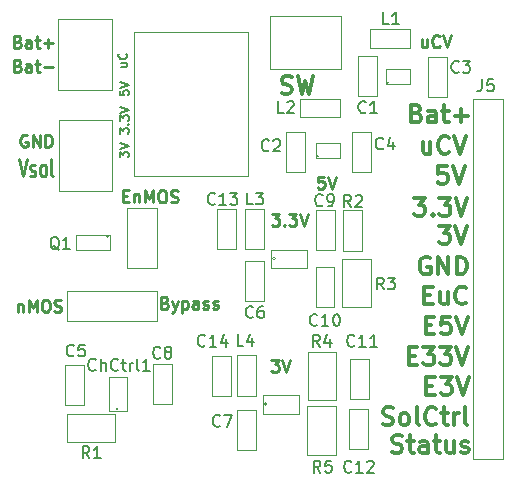
<source format=gbr>
G04 #@! TF.GenerationSoftware,KiCad,Pcbnew,no-vcs-found-895c0bb~58~ubuntu16.04.1*
G04 #@! TF.CreationDate,2017-07-11T17:07:46-04:00*
G04 #@! TF.ProjectId,alim,616C696D2E6B696361645F7063620000,rev?*
G04 #@! TF.SameCoordinates,Original
G04 #@! TF.FileFunction,Legend,Top*
G04 #@! TF.FilePolarity,Positive*
%FSLAX46Y46*%
G04 Gerber Fmt 4.6, Leading zero omitted, Abs format (unit mm)*
G04 Created by KiCad (PCBNEW no-vcs-found-895c0bb~58~ubuntu16.04.1) date Tue Jul 11 17:07:46 2017*
%MOMM*%
%LPD*%
G01*
G04 APERTURE LIST*
%ADD10C,0.190500*%
%ADD11C,0.254000*%
%ADD12C,0.300000*%
%ADD13C,0.050000*%
%ADD14C,0.150000*%
G04 APERTURE END LIST*
D10*
X114517714Y-62302571D02*
X114517714Y-61830857D01*
X114808000Y-62084857D01*
X114808000Y-61976000D01*
X114844285Y-61903428D01*
X114880571Y-61867142D01*
X114953142Y-61830857D01*
X115134571Y-61830857D01*
X115207142Y-61867142D01*
X115243428Y-61903428D01*
X115279714Y-61976000D01*
X115279714Y-62193714D01*
X115243428Y-62266285D01*
X115207142Y-62302571D01*
X114517714Y-61613142D02*
X115279714Y-61359142D01*
X114517714Y-61105142D01*
X114517714Y-60306857D02*
X114517714Y-59835142D01*
X114808000Y-60089142D01*
X114808000Y-59980285D01*
X114844285Y-59907714D01*
X114880571Y-59871428D01*
X114953142Y-59835142D01*
X115134571Y-59835142D01*
X115207142Y-59871428D01*
X115243428Y-59907714D01*
X115279714Y-59980285D01*
X115279714Y-60198000D01*
X115243428Y-60270571D01*
X115207142Y-60306857D01*
X115207142Y-59508571D02*
X115243428Y-59472285D01*
X115279714Y-59508571D01*
X115243428Y-59544857D01*
X115207142Y-59508571D01*
X115279714Y-59508571D01*
X114517714Y-59218285D02*
X114517714Y-58746571D01*
X114808000Y-59000571D01*
X114808000Y-58891714D01*
X114844285Y-58819142D01*
X114880571Y-58782857D01*
X114953142Y-58746571D01*
X115134571Y-58746571D01*
X115207142Y-58782857D01*
X115243428Y-58819142D01*
X115279714Y-58891714D01*
X115279714Y-59109428D01*
X115243428Y-59182000D01*
X115207142Y-59218285D01*
X114517714Y-58528857D02*
X115279714Y-58274857D01*
X114517714Y-58020857D01*
X114517714Y-56660142D02*
X114517714Y-57023000D01*
X114880571Y-57059285D01*
X114844285Y-57023000D01*
X114808000Y-56950428D01*
X114808000Y-56769000D01*
X114844285Y-56696428D01*
X114880571Y-56660142D01*
X114953142Y-56623857D01*
X115134571Y-56623857D01*
X115207142Y-56660142D01*
X115243428Y-56696428D01*
X115279714Y-56769000D01*
X115279714Y-56950428D01*
X115243428Y-57023000D01*
X115207142Y-57059285D01*
X114517714Y-56406142D02*
X115279714Y-56152142D01*
X114517714Y-55898142D01*
X114644714Y-54319714D02*
X115152714Y-54319714D01*
X114644714Y-54646285D02*
X115043857Y-54646285D01*
X115116428Y-54610000D01*
X115152714Y-54537428D01*
X115152714Y-54428571D01*
X115116428Y-54356000D01*
X115080142Y-54319714D01*
X115080142Y-53521428D02*
X115116428Y-53557714D01*
X115152714Y-53666571D01*
X115152714Y-53739142D01*
X115116428Y-53848000D01*
X115043857Y-53920571D01*
X114971285Y-53956857D01*
X114826142Y-53993142D01*
X114717285Y-53993142D01*
X114572142Y-53956857D01*
X114499571Y-53920571D01*
X114427000Y-53848000D01*
X114390714Y-53739142D01*
X114390714Y-53666571D01*
X114427000Y-53557714D01*
X114463285Y-53521428D01*
D11*
X114820095Y-65586428D02*
X115158761Y-65586428D01*
X115303904Y-66118619D02*
X114820095Y-66118619D01*
X114820095Y-65102619D01*
X115303904Y-65102619D01*
X115739333Y-65441285D02*
X115739333Y-66118619D01*
X115739333Y-65538047D02*
X115787714Y-65489666D01*
X115884476Y-65441285D01*
X116029619Y-65441285D01*
X116126380Y-65489666D01*
X116174761Y-65586428D01*
X116174761Y-66118619D01*
X116658571Y-66118619D02*
X116658571Y-65102619D01*
X116997238Y-65828333D01*
X117335904Y-65102619D01*
X117335904Y-66118619D01*
X118013238Y-65102619D02*
X118206761Y-65102619D01*
X118303523Y-65151000D01*
X118400285Y-65247761D01*
X118448666Y-65441285D01*
X118448666Y-65779952D01*
X118400285Y-65973476D01*
X118303523Y-66070238D01*
X118206761Y-66118619D01*
X118013238Y-66118619D01*
X117916476Y-66070238D01*
X117819714Y-65973476D01*
X117771333Y-65779952D01*
X117771333Y-65441285D01*
X117819714Y-65247761D01*
X117916476Y-65151000D01*
X118013238Y-65102619D01*
X118835714Y-66070238D02*
X118980857Y-66118619D01*
X119222761Y-66118619D01*
X119319523Y-66070238D01*
X119367904Y-66021857D01*
X119416285Y-65925095D01*
X119416285Y-65828333D01*
X119367904Y-65731571D01*
X119319523Y-65683190D01*
X119222761Y-65634809D01*
X119029238Y-65586428D01*
X118932476Y-65538047D01*
X118884095Y-65489666D01*
X118835714Y-65392904D01*
X118835714Y-65296142D01*
X118884095Y-65199380D01*
X118932476Y-65151000D01*
X119029238Y-65102619D01*
X119271142Y-65102619D01*
X119416285Y-65151000D01*
X105881714Y-54537428D02*
X106026857Y-54585809D01*
X106075238Y-54634190D01*
X106123619Y-54730952D01*
X106123619Y-54876095D01*
X106075238Y-54972857D01*
X106026857Y-55021238D01*
X105930095Y-55069619D01*
X105543047Y-55069619D01*
X105543047Y-54053619D01*
X105881714Y-54053619D01*
X105978476Y-54102000D01*
X106026857Y-54150380D01*
X106075238Y-54247142D01*
X106075238Y-54343904D01*
X106026857Y-54440666D01*
X105978476Y-54489047D01*
X105881714Y-54537428D01*
X105543047Y-54537428D01*
X106994476Y-55069619D02*
X106994476Y-54537428D01*
X106946095Y-54440666D01*
X106849333Y-54392285D01*
X106655809Y-54392285D01*
X106559047Y-54440666D01*
X106994476Y-55021238D02*
X106897714Y-55069619D01*
X106655809Y-55069619D01*
X106559047Y-55021238D01*
X106510666Y-54924476D01*
X106510666Y-54827714D01*
X106559047Y-54730952D01*
X106655809Y-54682571D01*
X106897714Y-54682571D01*
X106994476Y-54634190D01*
X107333142Y-54392285D02*
X107720190Y-54392285D01*
X107478285Y-54053619D02*
X107478285Y-54924476D01*
X107526666Y-55021238D01*
X107623428Y-55069619D01*
X107720190Y-55069619D01*
X108058857Y-54682571D02*
X108832952Y-54682571D01*
X105881714Y-74712285D02*
X105881714Y-75389619D01*
X105881714Y-74809047D02*
X105930095Y-74760666D01*
X106026857Y-74712285D01*
X106172000Y-74712285D01*
X106268761Y-74760666D01*
X106317142Y-74857428D01*
X106317142Y-75389619D01*
X106800952Y-75389619D02*
X106800952Y-74373619D01*
X107139619Y-75099333D01*
X107478285Y-74373619D01*
X107478285Y-75389619D01*
X108155619Y-74373619D02*
X108349142Y-74373619D01*
X108445904Y-74422000D01*
X108542666Y-74518761D01*
X108591047Y-74712285D01*
X108591047Y-75050952D01*
X108542666Y-75244476D01*
X108445904Y-75341238D01*
X108349142Y-75389619D01*
X108155619Y-75389619D01*
X108058857Y-75341238D01*
X107962095Y-75244476D01*
X107913714Y-75050952D01*
X107913714Y-74712285D01*
X107962095Y-74518761D01*
X108058857Y-74422000D01*
X108155619Y-74373619D01*
X108978095Y-75341238D02*
X109123238Y-75389619D01*
X109365142Y-75389619D01*
X109461904Y-75341238D01*
X109510285Y-75292857D01*
X109558666Y-75196095D01*
X109558666Y-75099333D01*
X109510285Y-75002571D01*
X109461904Y-74954190D01*
X109365142Y-74905809D01*
X109171619Y-74857428D01*
X109074857Y-74809047D01*
X109026476Y-74760666D01*
X108978095Y-74663904D01*
X108978095Y-74567142D01*
X109026476Y-74470380D01*
X109074857Y-74422000D01*
X109171619Y-74373619D01*
X109413523Y-74373619D01*
X109558666Y-74422000D01*
X118339809Y-74603428D02*
X118484952Y-74651809D01*
X118533333Y-74700190D01*
X118581714Y-74796952D01*
X118581714Y-74942095D01*
X118533333Y-75038857D01*
X118484952Y-75087238D01*
X118388190Y-75135619D01*
X118001142Y-75135619D01*
X118001142Y-74119619D01*
X118339809Y-74119619D01*
X118436571Y-74168000D01*
X118484952Y-74216380D01*
X118533333Y-74313142D01*
X118533333Y-74409904D01*
X118484952Y-74506666D01*
X118436571Y-74555047D01*
X118339809Y-74603428D01*
X118001142Y-74603428D01*
X118920380Y-74458285D02*
X119162285Y-75135619D01*
X119404190Y-74458285D02*
X119162285Y-75135619D01*
X119065523Y-75377523D01*
X119017142Y-75425904D01*
X118920380Y-75474285D01*
X119791238Y-74458285D02*
X119791238Y-75474285D01*
X119791238Y-74506666D02*
X119888000Y-74458285D01*
X120081523Y-74458285D01*
X120178285Y-74506666D01*
X120226666Y-74555047D01*
X120275047Y-74651809D01*
X120275047Y-74942095D01*
X120226666Y-75038857D01*
X120178285Y-75087238D01*
X120081523Y-75135619D01*
X119888000Y-75135619D01*
X119791238Y-75087238D01*
X121145904Y-75135619D02*
X121145904Y-74603428D01*
X121097523Y-74506666D01*
X121000761Y-74458285D01*
X120807238Y-74458285D01*
X120710476Y-74506666D01*
X121145904Y-75087238D02*
X121049142Y-75135619D01*
X120807238Y-75135619D01*
X120710476Y-75087238D01*
X120662095Y-74990476D01*
X120662095Y-74893714D01*
X120710476Y-74796952D01*
X120807238Y-74748571D01*
X121049142Y-74748571D01*
X121145904Y-74700190D01*
X121581333Y-75087238D02*
X121678095Y-75135619D01*
X121871619Y-75135619D01*
X121968380Y-75087238D01*
X122016761Y-74990476D01*
X122016761Y-74942095D01*
X121968380Y-74845333D01*
X121871619Y-74796952D01*
X121726476Y-74796952D01*
X121629714Y-74748571D01*
X121581333Y-74651809D01*
X121581333Y-74603428D01*
X121629714Y-74506666D01*
X121726476Y-74458285D01*
X121871619Y-74458285D01*
X121968380Y-74506666D01*
X122403809Y-75087238D02*
X122500571Y-75135619D01*
X122694095Y-75135619D01*
X122790857Y-75087238D01*
X122839238Y-74990476D01*
X122839238Y-74942095D01*
X122790857Y-74845333D01*
X122694095Y-74796952D01*
X122548952Y-74796952D01*
X122452190Y-74748571D01*
X122403809Y-74651809D01*
X122403809Y-74603428D01*
X122452190Y-74506666D01*
X122548952Y-74458285D01*
X122694095Y-74458285D01*
X122790857Y-74506666D01*
X105881714Y-52505428D02*
X106026857Y-52553809D01*
X106075238Y-52602190D01*
X106123619Y-52698952D01*
X106123619Y-52844095D01*
X106075238Y-52940857D01*
X106026857Y-52989238D01*
X105930095Y-53037619D01*
X105543047Y-53037619D01*
X105543047Y-52021619D01*
X105881714Y-52021619D01*
X105978476Y-52070000D01*
X106026857Y-52118380D01*
X106075238Y-52215142D01*
X106075238Y-52311904D01*
X106026857Y-52408666D01*
X105978476Y-52457047D01*
X105881714Y-52505428D01*
X105543047Y-52505428D01*
X106994476Y-53037619D02*
X106994476Y-52505428D01*
X106946095Y-52408666D01*
X106849333Y-52360285D01*
X106655809Y-52360285D01*
X106559047Y-52408666D01*
X106994476Y-52989238D02*
X106897714Y-53037619D01*
X106655809Y-53037619D01*
X106559047Y-52989238D01*
X106510666Y-52892476D01*
X106510666Y-52795714D01*
X106559047Y-52698952D01*
X106655809Y-52650571D01*
X106897714Y-52650571D01*
X106994476Y-52602190D01*
X107333142Y-52360285D02*
X107720190Y-52360285D01*
X107478285Y-52021619D02*
X107478285Y-52892476D01*
X107526666Y-52989238D01*
X107623428Y-53037619D01*
X107720190Y-53037619D01*
X108058857Y-52650571D02*
X108832952Y-52650571D01*
X108445904Y-53037619D02*
X108445904Y-52263523D01*
X105966380Y-62424571D02*
X106305047Y-63924571D01*
X106643714Y-62424571D01*
X106934000Y-63853142D02*
X107030761Y-63924571D01*
X107224285Y-63924571D01*
X107321047Y-63853142D01*
X107369428Y-63710285D01*
X107369428Y-63638857D01*
X107321047Y-63496000D01*
X107224285Y-63424571D01*
X107079142Y-63424571D01*
X106982380Y-63353142D01*
X106934000Y-63210285D01*
X106934000Y-63138857D01*
X106982380Y-62996000D01*
X107079142Y-62924571D01*
X107224285Y-62924571D01*
X107321047Y-62996000D01*
X107950000Y-63924571D02*
X107853238Y-63853142D01*
X107804857Y-63781714D01*
X107756476Y-63638857D01*
X107756476Y-63210285D01*
X107804857Y-63067428D01*
X107853238Y-62996000D01*
X107950000Y-62924571D01*
X108095142Y-62924571D01*
X108191904Y-62996000D01*
X108240285Y-63067428D01*
X108288666Y-63210285D01*
X108288666Y-63638857D01*
X108240285Y-63781714D01*
X108191904Y-63853142D01*
X108095142Y-63924571D01*
X107950000Y-63924571D01*
X108869238Y-63924571D02*
X108772476Y-63853142D01*
X108724095Y-63710285D01*
X108724095Y-62424571D01*
D12*
X128228885Y-56842742D02*
X128443171Y-56914171D01*
X128800314Y-56914171D01*
X128943171Y-56842742D01*
X129014600Y-56771314D01*
X129086028Y-56628457D01*
X129086028Y-56485600D01*
X129014600Y-56342742D01*
X128943171Y-56271314D01*
X128800314Y-56199885D01*
X128514600Y-56128457D01*
X128371742Y-56057028D01*
X128300314Y-55985600D01*
X128228885Y-55842742D01*
X128228885Y-55699885D01*
X128300314Y-55557028D01*
X128371742Y-55485600D01*
X128514600Y-55414171D01*
X128871742Y-55414171D01*
X129086028Y-55485600D01*
X129586028Y-55414171D02*
X129943171Y-56914171D01*
X130228885Y-55842742D01*
X130514600Y-56914171D01*
X130871742Y-55414171D01*
D11*
X140523685Y-52309485D02*
X140523685Y-52986819D01*
X140088257Y-52309485D02*
X140088257Y-52841676D01*
X140136638Y-52938438D01*
X140233400Y-52986819D01*
X140378542Y-52986819D01*
X140475304Y-52938438D01*
X140523685Y-52890057D01*
X141588066Y-52890057D02*
X141539685Y-52938438D01*
X141394542Y-52986819D01*
X141297780Y-52986819D01*
X141152638Y-52938438D01*
X141055876Y-52841676D01*
X141007495Y-52744914D01*
X140959114Y-52551390D01*
X140959114Y-52406247D01*
X141007495Y-52212723D01*
X141055876Y-52115961D01*
X141152638Y-52019200D01*
X141297780Y-51970819D01*
X141394542Y-51970819D01*
X141539685Y-52019200D01*
X141588066Y-52067580D01*
X141878352Y-51970819D02*
X142217019Y-52986819D01*
X142555685Y-51970819D01*
X131810276Y-63934219D02*
X131326466Y-63934219D01*
X131278085Y-64418028D01*
X131326466Y-64369647D01*
X131423228Y-64321266D01*
X131665133Y-64321266D01*
X131761895Y-64369647D01*
X131810276Y-64418028D01*
X131858657Y-64514790D01*
X131858657Y-64756695D01*
X131810276Y-64853457D01*
X131761895Y-64901838D01*
X131665133Y-64950219D01*
X131423228Y-64950219D01*
X131326466Y-64901838D01*
X131278085Y-64853457D01*
X132148942Y-63934219D02*
X132487609Y-64950219D01*
X132826276Y-63934219D01*
X127379790Y-67083819D02*
X128008742Y-67083819D01*
X127670076Y-67470866D01*
X127815219Y-67470866D01*
X127911980Y-67519247D01*
X127960361Y-67567628D01*
X128008742Y-67664390D01*
X128008742Y-67906295D01*
X127960361Y-68003057D01*
X127911980Y-68051438D01*
X127815219Y-68099819D01*
X127524933Y-68099819D01*
X127428171Y-68051438D01*
X127379790Y-68003057D01*
X128444171Y-68003057D02*
X128492552Y-68051438D01*
X128444171Y-68099819D01*
X128395790Y-68051438D01*
X128444171Y-68003057D01*
X128444171Y-68099819D01*
X128831219Y-67083819D02*
X129460171Y-67083819D01*
X129121504Y-67470866D01*
X129266647Y-67470866D01*
X129363409Y-67519247D01*
X129411790Y-67567628D01*
X129460171Y-67664390D01*
X129460171Y-67906295D01*
X129411790Y-68003057D01*
X129363409Y-68051438D01*
X129266647Y-68099819D01*
X128976361Y-68099819D01*
X128879600Y-68051438D01*
X128831219Y-68003057D01*
X129750457Y-67083819D02*
X130089123Y-68099819D01*
X130427790Y-67083819D01*
X127343504Y-79453619D02*
X127972457Y-79453619D01*
X127633790Y-79840666D01*
X127778933Y-79840666D01*
X127875695Y-79889047D01*
X127924076Y-79937428D01*
X127972457Y-80034190D01*
X127972457Y-80276095D01*
X127924076Y-80372857D01*
X127875695Y-80421238D01*
X127778933Y-80469619D01*
X127488647Y-80469619D01*
X127391885Y-80421238D01*
X127343504Y-80372857D01*
X128262742Y-79453619D02*
X128601409Y-80469619D01*
X128940076Y-79453619D01*
X106667904Y-60452000D02*
X106571142Y-60403619D01*
X106426000Y-60403619D01*
X106280857Y-60452000D01*
X106184095Y-60548761D01*
X106135714Y-60645523D01*
X106087333Y-60839047D01*
X106087333Y-60984190D01*
X106135714Y-61177714D01*
X106184095Y-61274476D01*
X106280857Y-61371238D01*
X106426000Y-61419619D01*
X106522761Y-61419619D01*
X106667904Y-61371238D01*
X106716285Y-61322857D01*
X106716285Y-60984190D01*
X106522761Y-60984190D01*
X107151714Y-61419619D02*
X107151714Y-60403619D01*
X107732285Y-61419619D01*
X107732285Y-60403619D01*
X108216095Y-61419619D02*
X108216095Y-60403619D01*
X108458000Y-60403619D01*
X108603142Y-60452000D01*
X108699904Y-60548761D01*
X108748285Y-60645523D01*
X108796666Y-60839047D01*
X108796666Y-60984190D01*
X108748285Y-61177714D01*
X108699904Y-61274476D01*
X108603142Y-61371238D01*
X108458000Y-61419619D01*
X108216095Y-61419619D01*
D12*
X140812971Y-61019571D02*
X140812971Y-62019571D01*
X140170114Y-61019571D02*
X140170114Y-61805285D01*
X140241542Y-61948142D01*
X140384400Y-62019571D01*
X140598685Y-62019571D01*
X140741542Y-61948142D01*
X140812971Y-61876714D01*
X142384400Y-61876714D02*
X142312971Y-61948142D01*
X142098685Y-62019571D01*
X141955828Y-62019571D01*
X141741542Y-61948142D01*
X141598685Y-61805285D01*
X141527257Y-61662428D01*
X141455828Y-61376714D01*
X141455828Y-61162428D01*
X141527257Y-60876714D01*
X141598685Y-60733857D01*
X141741542Y-60591000D01*
X141955828Y-60519571D01*
X142098685Y-60519571D01*
X142312971Y-60591000D01*
X142384400Y-60662428D01*
X142812971Y-60519571D02*
X143312971Y-62019571D01*
X143812971Y-60519571D01*
X142208285Y-63034171D02*
X141494000Y-63034171D01*
X141422571Y-63748457D01*
X141494000Y-63677028D01*
X141636857Y-63605600D01*
X141994000Y-63605600D01*
X142136857Y-63677028D01*
X142208285Y-63748457D01*
X142279714Y-63891314D01*
X142279714Y-64248457D01*
X142208285Y-64391314D01*
X142136857Y-64462742D01*
X141994000Y-64534171D01*
X141636857Y-64534171D01*
X141494000Y-64462742D01*
X141422571Y-64391314D01*
X142708285Y-63034171D02*
X143208285Y-64534171D01*
X143708285Y-63034171D01*
X139441514Y-65751971D02*
X140370085Y-65751971D01*
X139870085Y-66323400D01*
X140084371Y-66323400D01*
X140227228Y-66394828D01*
X140298657Y-66466257D01*
X140370085Y-66609114D01*
X140370085Y-66966257D01*
X140298657Y-67109114D01*
X140227228Y-67180542D01*
X140084371Y-67251971D01*
X139655800Y-67251971D01*
X139512942Y-67180542D01*
X139441514Y-67109114D01*
X141012942Y-67109114D02*
X141084371Y-67180542D01*
X141012942Y-67251971D01*
X140941514Y-67180542D01*
X141012942Y-67109114D01*
X141012942Y-67251971D01*
X141584371Y-65751971D02*
X142512942Y-65751971D01*
X142012942Y-66323400D01*
X142227228Y-66323400D01*
X142370085Y-66394828D01*
X142441514Y-66466257D01*
X142512942Y-66609114D01*
X142512942Y-66966257D01*
X142441514Y-67109114D01*
X142370085Y-67180542D01*
X142227228Y-67251971D01*
X141798657Y-67251971D01*
X141655800Y-67180542D01*
X141584371Y-67109114D01*
X142941514Y-65751971D02*
X143441514Y-67251971D01*
X143941514Y-65751971D01*
X141554342Y-68114171D02*
X142482914Y-68114171D01*
X141982914Y-68685600D01*
X142197200Y-68685600D01*
X142340057Y-68757028D01*
X142411485Y-68828457D01*
X142482914Y-68971314D01*
X142482914Y-69328457D01*
X142411485Y-69471314D01*
X142340057Y-69542742D01*
X142197200Y-69614171D01*
X141768628Y-69614171D01*
X141625771Y-69542742D01*
X141554342Y-69471314D01*
X142911485Y-68114171D02*
X143411485Y-69614171D01*
X143911485Y-68114171D01*
X139651028Y-58566857D02*
X139865314Y-58638285D01*
X139936742Y-58709714D01*
X140008171Y-58852571D01*
X140008171Y-59066857D01*
X139936742Y-59209714D01*
X139865314Y-59281142D01*
X139722457Y-59352571D01*
X139151028Y-59352571D01*
X139151028Y-57852571D01*
X139651028Y-57852571D01*
X139793885Y-57924000D01*
X139865314Y-57995428D01*
X139936742Y-58138285D01*
X139936742Y-58281142D01*
X139865314Y-58424000D01*
X139793885Y-58495428D01*
X139651028Y-58566857D01*
X139151028Y-58566857D01*
X141293885Y-59352571D02*
X141293885Y-58566857D01*
X141222457Y-58424000D01*
X141079600Y-58352571D01*
X140793885Y-58352571D01*
X140651028Y-58424000D01*
X141293885Y-59281142D02*
X141151028Y-59352571D01*
X140793885Y-59352571D01*
X140651028Y-59281142D01*
X140579600Y-59138285D01*
X140579600Y-58995428D01*
X140651028Y-58852571D01*
X140793885Y-58781142D01*
X141151028Y-58781142D01*
X141293885Y-58709714D01*
X141793885Y-58352571D02*
X142365314Y-58352571D01*
X142008171Y-57852571D02*
X142008171Y-59138285D01*
X142079600Y-59281142D01*
X142222457Y-59352571D01*
X142365314Y-59352571D01*
X142865314Y-58781142D02*
X144008171Y-58781142D01*
X143436742Y-59352571D02*
X143436742Y-58209714D01*
X140756342Y-70796200D02*
X140613485Y-70724771D01*
X140399200Y-70724771D01*
X140184914Y-70796200D01*
X140042057Y-70939057D01*
X139970628Y-71081914D01*
X139899200Y-71367628D01*
X139899200Y-71581914D01*
X139970628Y-71867628D01*
X140042057Y-72010485D01*
X140184914Y-72153342D01*
X140399200Y-72224771D01*
X140542057Y-72224771D01*
X140756342Y-72153342D01*
X140827771Y-72081914D01*
X140827771Y-71581914D01*
X140542057Y-71581914D01*
X141470628Y-72224771D02*
X141470628Y-70724771D01*
X142327771Y-72224771D01*
X142327771Y-70724771D01*
X143042057Y-72224771D02*
X143042057Y-70724771D01*
X143399200Y-70724771D01*
X143613485Y-70796200D01*
X143756342Y-70939057D01*
X143827771Y-71081914D01*
X143899200Y-71367628D01*
X143899200Y-71581914D01*
X143827771Y-71867628D01*
X143756342Y-72010485D01*
X143613485Y-72153342D01*
X143399200Y-72224771D01*
X143042057Y-72224771D01*
X140286800Y-73959257D02*
X140786800Y-73959257D01*
X141001085Y-74744971D02*
X140286800Y-74744971D01*
X140286800Y-73244971D01*
X141001085Y-73244971D01*
X142286800Y-73744971D02*
X142286800Y-74744971D01*
X141643942Y-73744971D02*
X141643942Y-74530685D01*
X141715371Y-74673542D01*
X141858228Y-74744971D01*
X142072514Y-74744971D01*
X142215371Y-74673542D01*
X142286800Y-74602114D01*
X143858228Y-74602114D02*
X143786800Y-74673542D01*
X143572514Y-74744971D01*
X143429657Y-74744971D01*
X143215371Y-74673542D01*
X143072514Y-74530685D01*
X143001085Y-74387828D01*
X142929657Y-74102114D01*
X142929657Y-73887828D01*
X143001085Y-73602114D01*
X143072514Y-73459257D01*
X143215371Y-73316400D01*
X143429657Y-73244971D01*
X143572514Y-73244971D01*
X143786800Y-73316400D01*
X143858228Y-73387828D01*
X140409028Y-76499257D02*
X140909028Y-76499257D01*
X141123314Y-77284971D02*
X140409028Y-77284971D01*
X140409028Y-75784971D01*
X141123314Y-75784971D01*
X142480457Y-75784971D02*
X141766171Y-75784971D01*
X141694742Y-76499257D01*
X141766171Y-76427828D01*
X141909028Y-76356400D01*
X142266171Y-76356400D01*
X142409028Y-76427828D01*
X142480457Y-76499257D01*
X142551885Y-76642114D01*
X142551885Y-76999257D01*
X142480457Y-77142114D01*
X142409028Y-77213542D01*
X142266171Y-77284971D01*
X141909028Y-77284971D01*
X141766171Y-77213542D01*
X141694742Y-77142114D01*
X142980457Y-75784971D02*
X143480457Y-77284971D01*
X143980457Y-75784971D01*
X139008942Y-79090057D02*
X139508942Y-79090057D01*
X139723228Y-79875771D02*
X139008942Y-79875771D01*
X139008942Y-78375771D01*
X139723228Y-78375771D01*
X140223228Y-78375771D02*
X141151800Y-78375771D01*
X140651800Y-78947200D01*
X140866085Y-78947200D01*
X141008942Y-79018628D01*
X141080371Y-79090057D01*
X141151800Y-79232914D01*
X141151800Y-79590057D01*
X141080371Y-79732914D01*
X141008942Y-79804342D01*
X140866085Y-79875771D01*
X140437514Y-79875771D01*
X140294657Y-79804342D01*
X140223228Y-79732914D01*
X141651800Y-78375771D02*
X142580371Y-78375771D01*
X142080371Y-78947200D01*
X142294657Y-78947200D01*
X142437514Y-79018628D01*
X142508942Y-79090057D01*
X142580371Y-79232914D01*
X142580371Y-79590057D01*
X142508942Y-79732914D01*
X142437514Y-79804342D01*
X142294657Y-79875771D01*
X141866085Y-79875771D01*
X141723228Y-79804342D01*
X141651800Y-79732914D01*
X143008942Y-78375771D02*
X143508942Y-79875771D01*
X144008942Y-78375771D01*
X140485228Y-81655457D02*
X140985228Y-81655457D01*
X141199514Y-82441171D02*
X140485228Y-82441171D01*
X140485228Y-80941171D01*
X141199514Y-80941171D01*
X141699514Y-80941171D02*
X142628085Y-80941171D01*
X142128085Y-81512600D01*
X142342371Y-81512600D01*
X142485228Y-81584028D01*
X142556657Y-81655457D01*
X142628085Y-81798314D01*
X142628085Y-82155457D01*
X142556657Y-82298314D01*
X142485228Y-82369742D01*
X142342371Y-82441171D01*
X141913800Y-82441171D01*
X141770942Y-82369742D01*
X141699514Y-82298314D01*
X143056657Y-80941171D02*
X143556657Y-82441171D01*
X144056657Y-80941171D01*
X136797085Y-84914942D02*
X137011371Y-84986371D01*
X137368514Y-84986371D01*
X137511371Y-84914942D01*
X137582800Y-84843514D01*
X137654228Y-84700657D01*
X137654228Y-84557800D01*
X137582800Y-84414942D01*
X137511371Y-84343514D01*
X137368514Y-84272085D01*
X137082800Y-84200657D01*
X136939942Y-84129228D01*
X136868514Y-84057800D01*
X136797085Y-83914942D01*
X136797085Y-83772085D01*
X136868514Y-83629228D01*
X136939942Y-83557800D01*
X137082800Y-83486371D01*
X137439942Y-83486371D01*
X137654228Y-83557800D01*
X138511371Y-84986371D02*
X138368514Y-84914942D01*
X138297085Y-84843514D01*
X138225657Y-84700657D01*
X138225657Y-84272085D01*
X138297085Y-84129228D01*
X138368514Y-84057800D01*
X138511371Y-83986371D01*
X138725657Y-83986371D01*
X138868514Y-84057800D01*
X138939942Y-84129228D01*
X139011371Y-84272085D01*
X139011371Y-84700657D01*
X138939942Y-84843514D01*
X138868514Y-84914942D01*
X138725657Y-84986371D01*
X138511371Y-84986371D01*
X139868514Y-84986371D02*
X139725657Y-84914942D01*
X139654228Y-84772085D01*
X139654228Y-83486371D01*
X141297085Y-84843514D02*
X141225657Y-84914942D01*
X141011371Y-84986371D01*
X140868514Y-84986371D01*
X140654228Y-84914942D01*
X140511371Y-84772085D01*
X140439942Y-84629228D01*
X140368514Y-84343514D01*
X140368514Y-84129228D01*
X140439942Y-83843514D01*
X140511371Y-83700657D01*
X140654228Y-83557800D01*
X140868514Y-83486371D01*
X141011371Y-83486371D01*
X141225657Y-83557800D01*
X141297085Y-83629228D01*
X141725657Y-83986371D02*
X142297085Y-83986371D01*
X141939942Y-83486371D02*
X141939942Y-84772085D01*
X142011371Y-84914942D01*
X142154228Y-84986371D01*
X142297085Y-84986371D01*
X142797085Y-84986371D02*
X142797085Y-83986371D01*
X142797085Y-84272085D02*
X142868514Y-84129228D01*
X142939942Y-84057800D01*
X143082800Y-83986371D01*
X143225657Y-83986371D01*
X143939942Y-84986371D02*
X143797085Y-84914942D01*
X143725657Y-84772085D01*
X143725657Y-83486371D01*
X137581600Y-87251742D02*
X137795885Y-87323171D01*
X138153028Y-87323171D01*
X138295885Y-87251742D01*
X138367314Y-87180314D01*
X138438742Y-87037457D01*
X138438742Y-86894600D01*
X138367314Y-86751742D01*
X138295885Y-86680314D01*
X138153028Y-86608885D01*
X137867314Y-86537457D01*
X137724457Y-86466028D01*
X137653028Y-86394600D01*
X137581600Y-86251742D01*
X137581600Y-86108885D01*
X137653028Y-85966028D01*
X137724457Y-85894600D01*
X137867314Y-85823171D01*
X138224457Y-85823171D01*
X138438742Y-85894600D01*
X138867314Y-86323171D02*
X139438742Y-86323171D01*
X139081600Y-85823171D02*
X139081600Y-87108885D01*
X139153028Y-87251742D01*
X139295885Y-87323171D01*
X139438742Y-87323171D01*
X140581600Y-87323171D02*
X140581600Y-86537457D01*
X140510171Y-86394600D01*
X140367314Y-86323171D01*
X140081600Y-86323171D01*
X139938742Y-86394600D01*
X140581600Y-87251742D02*
X140438742Y-87323171D01*
X140081600Y-87323171D01*
X139938742Y-87251742D01*
X139867314Y-87108885D01*
X139867314Y-86966028D01*
X139938742Y-86823171D01*
X140081600Y-86751742D01*
X140438742Y-86751742D01*
X140581600Y-86680314D01*
X141081600Y-86323171D02*
X141653028Y-86323171D01*
X141295885Y-85823171D02*
X141295885Y-87108885D01*
X141367314Y-87251742D01*
X141510171Y-87323171D01*
X141653028Y-87323171D01*
X142795885Y-86323171D02*
X142795885Y-87323171D01*
X142153028Y-86323171D02*
X142153028Y-87108885D01*
X142224457Y-87251742D01*
X142367314Y-87323171D01*
X142581600Y-87323171D01*
X142724457Y-87251742D01*
X142795885Y-87180314D01*
X143438742Y-87251742D02*
X143581600Y-87323171D01*
X143867314Y-87323171D01*
X144010171Y-87251742D01*
X144081600Y-87108885D01*
X144081600Y-87037457D01*
X144010171Y-86894600D01*
X143867314Y-86823171D01*
X143653028Y-86823171D01*
X143510171Y-86751742D01*
X143438742Y-86608885D01*
X143438742Y-86537457D01*
X143510171Y-86394600D01*
X143653028Y-86323171D01*
X143867314Y-86323171D01*
X144010171Y-86394600D01*
D13*
X137035400Y-54824200D02*
X139035400Y-54824200D01*
X137035400Y-54824200D02*
X137035400Y-56124200D01*
X137035400Y-56124200D02*
X139035400Y-56124200D01*
X139060800Y-54824200D02*
X139060800Y-56124200D01*
X137277882Y-55974200D02*
G75*
G03X137277882Y-55974200I-67082J0D01*
G01*
X131117200Y-61072600D02*
X133117200Y-61072600D01*
X131117200Y-61072600D02*
X131117200Y-62372600D01*
X131117200Y-62372600D02*
X133117200Y-62372600D01*
X133142600Y-61072600D02*
X133142600Y-62372600D01*
X131359682Y-62222600D02*
G75*
G03X131359682Y-62222600I-67082J0D01*
G01*
X136296400Y-53721000D02*
X134696400Y-53721000D01*
X134696400Y-53721000D02*
X134696400Y-57121000D01*
X134696400Y-57121000D02*
X136296400Y-57121000D01*
X136296400Y-57121000D02*
X136296400Y-53721000D01*
X130200400Y-60121800D02*
X128600400Y-60121800D01*
X128600400Y-60121800D02*
X128600400Y-63521800D01*
X128600400Y-63521800D02*
X130200400Y-63521800D01*
X130200400Y-63521800D02*
X130200400Y-60121800D01*
X142240000Y-53822600D02*
X140640000Y-53822600D01*
X140640000Y-53822600D02*
X140640000Y-57222600D01*
X140640000Y-57222600D02*
X142240000Y-57222600D01*
X142240000Y-57222600D02*
X142240000Y-53822600D01*
X135788400Y-60121800D02*
X134188400Y-60121800D01*
X134188400Y-60121800D02*
X134188400Y-63521800D01*
X134188400Y-63521800D02*
X135788400Y-63521800D01*
X135788400Y-63521800D02*
X135788400Y-60121800D01*
X111506000Y-79857600D02*
X109906000Y-79857600D01*
X109906000Y-79857600D02*
X109906000Y-83257600D01*
X109906000Y-83257600D02*
X111506000Y-83257600D01*
X111506000Y-83257600D02*
X111506000Y-79857600D01*
X126695200Y-71069200D02*
X125095200Y-71069200D01*
X125095200Y-71069200D02*
X125095200Y-74469200D01*
X125095200Y-74469200D02*
X126695200Y-74469200D01*
X126695200Y-74469200D02*
X126695200Y-71069200D01*
X126034800Y-83693000D02*
X124434800Y-83693000D01*
X124434800Y-83693000D02*
X124434800Y-87093000D01*
X124434800Y-87093000D02*
X126034800Y-87093000D01*
X126034800Y-87093000D02*
X126034800Y-83693000D01*
X118922800Y-79781400D02*
X117322800Y-79781400D01*
X117322800Y-79781400D02*
X117322800Y-83181400D01*
X117322800Y-83181400D02*
X118922800Y-83181400D01*
X118922800Y-83181400D02*
X118922800Y-79781400D01*
X132715000Y-66776600D02*
X131115000Y-66776600D01*
X131115000Y-66776600D02*
X131115000Y-70176600D01*
X131115000Y-70176600D02*
X132715000Y-70176600D01*
X132715000Y-70176600D02*
X132715000Y-66776600D01*
X132689600Y-71551800D02*
X131089600Y-71551800D01*
X131089600Y-71551800D02*
X131089600Y-74951800D01*
X131089600Y-74951800D02*
X132689600Y-74951800D01*
X132689600Y-74951800D02*
X132689600Y-71551800D01*
X135585200Y-79375000D02*
X133985200Y-79375000D01*
X133985200Y-79375000D02*
X133985200Y-82775000D01*
X133985200Y-82775000D02*
X135585200Y-82775000D01*
X135585200Y-82775000D02*
X135585200Y-79375000D01*
X135559800Y-83616800D02*
X133959800Y-83616800D01*
X133959800Y-83616800D02*
X133959800Y-87016800D01*
X133959800Y-87016800D02*
X135559800Y-87016800D01*
X135559800Y-87016800D02*
X135559800Y-83616800D01*
X124383800Y-66675000D02*
X122783800Y-66675000D01*
X122783800Y-66675000D02*
X122783800Y-70075000D01*
X122783800Y-70075000D02*
X124383800Y-70075000D01*
X124383800Y-70075000D02*
X124383800Y-66675000D01*
X123901200Y-79095600D02*
X122301200Y-79095600D01*
X122301200Y-79095600D02*
X122301200Y-82495600D01*
X122301200Y-82495600D02*
X123901200Y-82495600D01*
X123901200Y-82495600D02*
X123901200Y-79095600D01*
X114404443Y-83616000D02*
G75*
G03X114404443Y-83616000I-89443J0D01*
G01*
X113595000Y-80876000D02*
X115095000Y-80876000D01*
X115095000Y-83776000D02*
X115095000Y-80876000D01*
X113595000Y-83776000D02*
X115095000Y-83776000D01*
X113595000Y-83776000D02*
X113595000Y-80876000D01*
X109342800Y-65151000D02*
X109342800Y-59151000D01*
X113842800Y-59151000D02*
X109342800Y-59151000D01*
X111592800Y-65151000D02*
X109342800Y-65151000D01*
X111592800Y-65151000D02*
X113842800Y-65151000D01*
X113842800Y-65151000D02*
X113842800Y-59151000D01*
X117652800Y-76123800D02*
X117652800Y-73583800D01*
X117652800Y-73583800D02*
X110032800Y-73583800D01*
X110032800Y-73583800D02*
X110032800Y-76123800D01*
X110032800Y-76123800D02*
X117652800Y-76123800D01*
X113821600Y-50596800D02*
X113821600Y-56596800D01*
X109321600Y-56596800D02*
X113821600Y-56596800D01*
X111571600Y-50596800D02*
X113821600Y-50596800D01*
X111571600Y-50596800D02*
X109321600Y-50596800D01*
X109321600Y-50596800D02*
X109321600Y-56596800D01*
X115112800Y-66624200D02*
X117652800Y-66624200D01*
X117652800Y-66624200D02*
X117652800Y-71704200D01*
X117652800Y-71704200D02*
X115112800Y-71704200D01*
X115112800Y-71704200D02*
X115112800Y-66624200D01*
X146989800Y-57378600D02*
X144449800Y-57378600D01*
X144449800Y-57378600D02*
X144449800Y-87858600D01*
X144449800Y-87858600D02*
X146989800Y-87858600D01*
X146989800Y-87858600D02*
X146989800Y-57378600D01*
X139090400Y-53009800D02*
X139090400Y-51409800D01*
X139090400Y-51409800D02*
X135690400Y-51409800D01*
X135690400Y-51409800D02*
X135690400Y-53009800D01*
X135690400Y-53009800D02*
X139090400Y-53009800D01*
X133172200Y-58928000D02*
X133172200Y-57328000D01*
X133172200Y-57328000D02*
X129772200Y-57328000D01*
X129772200Y-57328000D02*
X129772200Y-58928000D01*
X129772200Y-58928000D02*
X133172200Y-58928000D01*
X125120400Y-70078600D02*
X126720400Y-70078600D01*
X126720400Y-70078600D02*
X126720400Y-66678600D01*
X126720400Y-66678600D02*
X125120400Y-66678600D01*
X125120400Y-66678600D02*
X125120400Y-70078600D01*
X124434600Y-82473800D02*
X126034600Y-82473800D01*
X126034600Y-82473800D02*
X126034600Y-79073800D01*
X126034600Y-79073800D02*
X124434600Y-79073800D01*
X124434600Y-79073800D02*
X124434600Y-82473800D01*
X113569395Y-69040600D02*
G75*
G03X113569395Y-69040600I-92195J0D01*
G01*
X110797200Y-70150600D02*
X110797200Y-68850600D01*
X113697200Y-68850600D02*
X110797200Y-68850600D01*
X113697200Y-70150600D02*
X110797200Y-70150600D01*
X113697200Y-70150600D02*
X113697200Y-68850600D01*
X114122200Y-86410800D02*
X114122200Y-84010800D01*
X114122200Y-84010800D02*
X110022200Y-84010800D01*
X110022200Y-84010800D02*
X110022200Y-86410800D01*
X110022200Y-86410800D02*
X114122200Y-86410800D01*
X135001000Y-66802000D02*
X133401000Y-66802000D01*
X133401000Y-66802000D02*
X133401000Y-70202000D01*
X133401000Y-70202000D02*
X135001000Y-70202000D01*
X135001000Y-70202000D02*
X135001000Y-66802000D01*
X135763000Y-70891400D02*
X133363000Y-70891400D01*
X133363000Y-70891400D02*
X133363000Y-74991400D01*
X133363000Y-74991400D02*
X135763000Y-74991400D01*
X135763000Y-74991400D02*
X135763000Y-70891400D01*
X132816600Y-78790800D02*
X130416600Y-78790800D01*
X130416600Y-78790800D02*
X130416600Y-82890800D01*
X130416600Y-82890800D02*
X132816600Y-82890800D01*
X132816600Y-82890800D02*
X132816600Y-78790800D01*
X132791200Y-83388200D02*
X130391200Y-83388200D01*
X130391200Y-83388200D02*
X130391200Y-87488200D01*
X130391200Y-87488200D02*
X132791200Y-87488200D01*
X132791200Y-87488200D02*
X132791200Y-83388200D01*
X127695384Y-70862600D02*
G75*
G03X127695384Y-70862600I-130384J0D01*
G01*
X127355000Y-71712600D02*
X130405000Y-71712600D01*
X130405000Y-70112600D02*
X130405000Y-71712600D01*
X127355000Y-70112600D02*
X127355000Y-71712600D01*
X127355000Y-70112600D02*
X130405000Y-70112600D01*
X126958784Y-83181600D02*
G75*
G03X126958784Y-83181600I-130384J0D01*
G01*
X126618400Y-84031600D02*
X129668400Y-84031600D01*
X129668400Y-82431600D02*
X129668400Y-84031600D01*
X126618400Y-82431600D02*
X126618400Y-84031600D01*
X126618400Y-82431600D02*
X129668400Y-82431600D01*
X125349000Y-63914400D02*
X115699000Y-63914400D01*
X115699000Y-51714400D02*
X115699000Y-63914400D01*
X125349000Y-51714400D02*
X115699000Y-51714400D01*
X125349000Y-51714400D02*
X125349000Y-63914400D01*
X133248400Y-54868200D02*
X127248400Y-54868200D01*
X127248400Y-50368200D02*
X127248400Y-54868200D01*
X133248400Y-52618200D02*
X133248400Y-54868200D01*
X133248400Y-52618200D02*
X133248400Y-50368200D01*
X133248400Y-50368200D02*
X127248400Y-50368200D01*
D14*
X135342333Y-58472342D02*
X135294714Y-58519961D01*
X135151857Y-58567580D01*
X135056619Y-58567580D01*
X134913761Y-58519961D01*
X134818523Y-58424723D01*
X134770904Y-58329485D01*
X134723285Y-58139009D01*
X134723285Y-57996152D01*
X134770904Y-57805676D01*
X134818523Y-57710438D01*
X134913761Y-57615200D01*
X135056619Y-57567580D01*
X135151857Y-57567580D01*
X135294714Y-57615200D01*
X135342333Y-57662819D01*
X136294714Y-58567580D02*
X135723285Y-58567580D01*
X136009000Y-58567580D02*
X136009000Y-57567580D01*
X135913761Y-57710438D01*
X135818523Y-57805676D01*
X135723285Y-57853295D01*
X127138133Y-61698142D02*
X127090514Y-61745761D01*
X126947657Y-61793380D01*
X126852419Y-61793380D01*
X126709561Y-61745761D01*
X126614323Y-61650523D01*
X126566704Y-61555285D01*
X126519085Y-61364809D01*
X126519085Y-61221952D01*
X126566704Y-61031476D01*
X126614323Y-60936238D01*
X126709561Y-60841000D01*
X126852419Y-60793380D01*
X126947657Y-60793380D01*
X127090514Y-60841000D01*
X127138133Y-60888619D01*
X127519085Y-60888619D02*
X127566704Y-60841000D01*
X127661942Y-60793380D01*
X127900038Y-60793380D01*
X127995276Y-60841000D01*
X128042895Y-60888619D01*
X128090514Y-60983857D01*
X128090514Y-61079095D01*
X128042895Y-61221952D01*
X127471466Y-61793380D01*
X128090514Y-61793380D01*
X143216333Y-55043342D02*
X143168714Y-55090961D01*
X143025857Y-55138580D01*
X142930619Y-55138580D01*
X142787761Y-55090961D01*
X142692523Y-54995723D01*
X142644904Y-54900485D01*
X142597285Y-54710009D01*
X142597285Y-54567152D01*
X142644904Y-54376676D01*
X142692523Y-54281438D01*
X142787761Y-54186200D01*
X142930619Y-54138580D01*
X143025857Y-54138580D01*
X143168714Y-54186200D01*
X143216333Y-54233819D01*
X143549666Y-54138580D02*
X144168714Y-54138580D01*
X143835380Y-54519533D01*
X143978238Y-54519533D01*
X144073476Y-54567152D01*
X144121095Y-54614771D01*
X144168714Y-54710009D01*
X144168714Y-54948104D01*
X144121095Y-55043342D01*
X144073476Y-55090961D01*
X143978238Y-55138580D01*
X143692523Y-55138580D01*
X143597285Y-55090961D01*
X143549666Y-55043342D01*
X136815533Y-61545742D02*
X136767914Y-61593361D01*
X136625057Y-61640980D01*
X136529819Y-61640980D01*
X136386961Y-61593361D01*
X136291723Y-61498123D01*
X136244104Y-61402885D01*
X136196485Y-61212409D01*
X136196485Y-61069552D01*
X136244104Y-60879076D01*
X136291723Y-60783838D01*
X136386961Y-60688600D01*
X136529819Y-60640980D01*
X136625057Y-60640980D01*
X136767914Y-60688600D01*
X136815533Y-60736219D01*
X137672676Y-60974314D02*
X137672676Y-61640980D01*
X137434580Y-60593361D02*
X137196485Y-61307647D01*
X137815533Y-61307647D01*
X110628133Y-79071742D02*
X110580514Y-79119361D01*
X110437657Y-79166980D01*
X110342419Y-79166980D01*
X110199561Y-79119361D01*
X110104323Y-79024123D01*
X110056704Y-78928885D01*
X110009085Y-78738409D01*
X110009085Y-78595552D01*
X110056704Y-78405076D01*
X110104323Y-78309838D01*
X110199561Y-78214600D01*
X110342419Y-78166980D01*
X110437657Y-78166980D01*
X110580514Y-78214600D01*
X110628133Y-78262219D01*
X111532895Y-78166980D02*
X111056704Y-78166980D01*
X111009085Y-78643171D01*
X111056704Y-78595552D01*
X111151942Y-78547933D01*
X111390038Y-78547933D01*
X111485276Y-78595552D01*
X111532895Y-78643171D01*
X111580514Y-78738409D01*
X111580514Y-78976504D01*
X111532895Y-79071742D01*
X111485276Y-79119361D01*
X111390038Y-79166980D01*
X111151942Y-79166980D01*
X111056704Y-79119361D01*
X111009085Y-79071742D01*
X125791933Y-75820542D02*
X125744314Y-75868161D01*
X125601457Y-75915780D01*
X125506219Y-75915780D01*
X125363361Y-75868161D01*
X125268123Y-75772923D01*
X125220504Y-75677685D01*
X125172885Y-75487209D01*
X125172885Y-75344352D01*
X125220504Y-75153876D01*
X125268123Y-75058638D01*
X125363361Y-74963400D01*
X125506219Y-74915780D01*
X125601457Y-74915780D01*
X125744314Y-74963400D01*
X125791933Y-75011019D01*
X126649076Y-74915780D02*
X126458600Y-74915780D01*
X126363361Y-74963400D01*
X126315742Y-75011019D01*
X126220504Y-75153876D01*
X126172885Y-75344352D01*
X126172885Y-75725304D01*
X126220504Y-75820542D01*
X126268123Y-75868161D01*
X126363361Y-75915780D01*
X126553838Y-75915780D01*
X126649076Y-75868161D01*
X126696695Y-75820542D01*
X126744314Y-75725304D01*
X126744314Y-75487209D01*
X126696695Y-75391971D01*
X126649076Y-75344352D01*
X126553838Y-75296733D01*
X126363361Y-75296733D01*
X126268123Y-75344352D01*
X126220504Y-75391971D01*
X126172885Y-75487209D01*
X122997933Y-85015342D02*
X122950314Y-85062961D01*
X122807457Y-85110580D01*
X122712219Y-85110580D01*
X122569361Y-85062961D01*
X122474123Y-84967723D01*
X122426504Y-84872485D01*
X122378885Y-84682009D01*
X122378885Y-84539152D01*
X122426504Y-84348676D01*
X122474123Y-84253438D01*
X122569361Y-84158200D01*
X122712219Y-84110580D01*
X122807457Y-84110580D01*
X122950314Y-84158200D01*
X122997933Y-84205819D01*
X123331266Y-84110580D02*
X123997933Y-84110580D01*
X123569361Y-85110580D01*
X117943333Y-79249542D02*
X117895714Y-79297161D01*
X117752857Y-79344780D01*
X117657619Y-79344780D01*
X117514761Y-79297161D01*
X117419523Y-79201923D01*
X117371904Y-79106685D01*
X117324285Y-78916209D01*
X117324285Y-78773352D01*
X117371904Y-78582876D01*
X117419523Y-78487638D01*
X117514761Y-78392400D01*
X117657619Y-78344780D01*
X117752857Y-78344780D01*
X117895714Y-78392400D01*
X117943333Y-78440019D01*
X118514761Y-78773352D02*
X118419523Y-78725733D01*
X118371904Y-78678114D01*
X118324285Y-78582876D01*
X118324285Y-78535257D01*
X118371904Y-78440019D01*
X118419523Y-78392400D01*
X118514761Y-78344780D01*
X118705238Y-78344780D01*
X118800476Y-78392400D01*
X118848095Y-78440019D01*
X118895714Y-78535257D01*
X118895714Y-78582876D01*
X118848095Y-78678114D01*
X118800476Y-78725733D01*
X118705238Y-78773352D01*
X118514761Y-78773352D01*
X118419523Y-78820971D01*
X118371904Y-78868590D01*
X118324285Y-78963828D01*
X118324285Y-79154304D01*
X118371904Y-79249542D01*
X118419523Y-79297161D01*
X118514761Y-79344780D01*
X118705238Y-79344780D01*
X118800476Y-79297161D01*
X118848095Y-79249542D01*
X118895714Y-79154304D01*
X118895714Y-78963828D01*
X118848095Y-78868590D01*
X118800476Y-78820971D01*
X118705238Y-78773352D01*
X131684733Y-66346342D02*
X131637114Y-66393961D01*
X131494257Y-66441580D01*
X131399019Y-66441580D01*
X131256161Y-66393961D01*
X131160923Y-66298723D01*
X131113304Y-66203485D01*
X131065685Y-66013009D01*
X131065685Y-65870152D01*
X131113304Y-65679676D01*
X131160923Y-65584438D01*
X131256161Y-65489200D01*
X131399019Y-65441580D01*
X131494257Y-65441580D01*
X131637114Y-65489200D01*
X131684733Y-65536819D01*
X132160923Y-66441580D02*
X132351400Y-66441580D01*
X132446638Y-66393961D01*
X132494257Y-66346342D01*
X132589495Y-66203485D01*
X132637114Y-66013009D01*
X132637114Y-65632057D01*
X132589495Y-65536819D01*
X132541876Y-65489200D01*
X132446638Y-65441580D01*
X132256161Y-65441580D01*
X132160923Y-65489200D01*
X132113304Y-65536819D01*
X132065685Y-65632057D01*
X132065685Y-65870152D01*
X132113304Y-65965390D01*
X132160923Y-66013009D01*
X132256161Y-66060628D01*
X132446638Y-66060628D01*
X132541876Y-66013009D01*
X132589495Y-65965390D01*
X132637114Y-65870152D01*
X131233942Y-76480942D02*
X131186323Y-76528561D01*
X131043466Y-76576180D01*
X130948228Y-76576180D01*
X130805371Y-76528561D01*
X130710133Y-76433323D01*
X130662514Y-76338085D01*
X130614895Y-76147609D01*
X130614895Y-76004752D01*
X130662514Y-75814276D01*
X130710133Y-75719038D01*
X130805371Y-75623800D01*
X130948228Y-75576180D01*
X131043466Y-75576180D01*
X131186323Y-75623800D01*
X131233942Y-75671419D01*
X132186323Y-76576180D02*
X131614895Y-76576180D01*
X131900609Y-76576180D02*
X131900609Y-75576180D01*
X131805371Y-75719038D01*
X131710133Y-75814276D01*
X131614895Y-75861895D01*
X132805371Y-75576180D02*
X132900609Y-75576180D01*
X132995847Y-75623800D01*
X133043466Y-75671419D01*
X133091085Y-75766657D01*
X133138704Y-75957133D01*
X133138704Y-76195228D01*
X133091085Y-76385704D01*
X133043466Y-76480942D01*
X132995847Y-76528561D01*
X132900609Y-76576180D01*
X132805371Y-76576180D01*
X132710133Y-76528561D01*
X132662514Y-76480942D01*
X132614895Y-76385704D01*
X132567276Y-76195228D01*
X132567276Y-75957133D01*
X132614895Y-75766657D01*
X132662514Y-75671419D01*
X132710133Y-75623800D01*
X132805371Y-75576180D01*
X134383542Y-78233542D02*
X134335923Y-78281161D01*
X134193066Y-78328780D01*
X134097828Y-78328780D01*
X133954971Y-78281161D01*
X133859733Y-78185923D01*
X133812114Y-78090685D01*
X133764495Y-77900209D01*
X133764495Y-77757352D01*
X133812114Y-77566876D01*
X133859733Y-77471638D01*
X133954971Y-77376400D01*
X134097828Y-77328780D01*
X134193066Y-77328780D01*
X134335923Y-77376400D01*
X134383542Y-77424019D01*
X135335923Y-78328780D02*
X134764495Y-78328780D01*
X135050209Y-78328780D02*
X135050209Y-77328780D01*
X134954971Y-77471638D01*
X134859733Y-77566876D01*
X134764495Y-77614495D01*
X136288304Y-78328780D02*
X135716876Y-78328780D01*
X136002590Y-78328780D02*
X136002590Y-77328780D01*
X135907352Y-77471638D01*
X135812114Y-77566876D01*
X135716876Y-77614495D01*
X134129542Y-88901542D02*
X134081923Y-88949161D01*
X133939066Y-88996780D01*
X133843828Y-88996780D01*
X133700971Y-88949161D01*
X133605733Y-88853923D01*
X133558114Y-88758685D01*
X133510495Y-88568209D01*
X133510495Y-88425352D01*
X133558114Y-88234876D01*
X133605733Y-88139638D01*
X133700971Y-88044400D01*
X133843828Y-87996780D01*
X133939066Y-87996780D01*
X134081923Y-88044400D01*
X134129542Y-88092019D01*
X135081923Y-88996780D02*
X134510495Y-88996780D01*
X134796209Y-88996780D02*
X134796209Y-87996780D01*
X134700971Y-88139638D01*
X134605733Y-88234876D01*
X134510495Y-88282495D01*
X135462876Y-88092019D02*
X135510495Y-88044400D01*
X135605733Y-87996780D01*
X135843828Y-87996780D01*
X135939066Y-88044400D01*
X135986685Y-88092019D01*
X136034304Y-88187257D01*
X136034304Y-88282495D01*
X135986685Y-88425352D01*
X135415257Y-88996780D01*
X136034304Y-88996780D01*
X122572542Y-66219342D02*
X122524923Y-66266961D01*
X122382066Y-66314580D01*
X122286828Y-66314580D01*
X122143971Y-66266961D01*
X122048733Y-66171723D01*
X122001114Y-66076485D01*
X121953495Y-65886009D01*
X121953495Y-65743152D01*
X122001114Y-65552676D01*
X122048733Y-65457438D01*
X122143971Y-65362200D01*
X122286828Y-65314580D01*
X122382066Y-65314580D01*
X122524923Y-65362200D01*
X122572542Y-65409819D01*
X123524923Y-66314580D02*
X122953495Y-66314580D01*
X123239209Y-66314580D02*
X123239209Y-65314580D01*
X123143971Y-65457438D01*
X123048733Y-65552676D01*
X122953495Y-65600295D01*
X123858257Y-65314580D02*
X124477304Y-65314580D01*
X124143971Y-65695533D01*
X124286828Y-65695533D01*
X124382066Y-65743152D01*
X124429685Y-65790771D01*
X124477304Y-65886009D01*
X124477304Y-66124104D01*
X124429685Y-66219342D01*
X124382066Y-66266961D01*
X124286828Y-66314580D01*
X124001114Y-66314580D01*
X123905876Y-66266961D01*
X123858257Y-66219342D01*
X121734342Y-78233542D02*
X121686723Y-78281161D01*
X121543866Y-78328780D01*
X121448628Y-78328780D01*
X121305771Y-78281161D01*
X121210533Y-78185923D01*
X121162914Y-78090685D01*
X121115295Y-77900209D01*
X121115295Y-77757352D01*
X121162914Y-77566876D01*
X121210533Y-77471638D01*
X121305771Y-77376400D01*
X121448628Y-77328780D01*
X121543866Y-77328780D01*
X121686723Y-77376400D01*
X121734342Y-77424019D01*
X122686723Y-78328780D02*
X122115295Y-78328780D01*
X122401009Y-78328780D02*
X122401009Y-77328780D01*
X122305771Y-77471638D01*
X122210533Y-77566876D01*
X122115295Y-77614495D01*
X123543866Y-77662114D02*
X123543866Y-78328780D01*
X123305771Y-77281161D02*
X123067676Y-77995447D01*
X123686723Y-77995447D01*
X112466049Y-80275702D02*
X112418430Y-80323321D01*
X112275573Y-80370940D01*
X112180335Y-80370940D01*
X112037478Y-80323321D01*
X111942240Y-80228083D01*
X111894620Y-80132845D01*
X111847001Y-79942369D01*
X111847001Y-79799512D01*
X111894620Y-79609036D01*
X111942240Y-79513798D01*
X112037478Y-79418560D01*
X112180335Y-79370940D01*
X112275573Y-79370940D01*
X112418430Y-79418560D01*
X112466049Y-79466179D01*
X112894620Y-80370940D02*
X112894620Y-79370940D01*
X113323192Y-80370940D02*
X113323192Y-79847131D01*
X113275573Y-79751893D01*
X113180335Y-79704274D01*
X113037478Y-79704274D01*
X112942240Y-79751893D01*
X112894620Y-79799512D01*
X114370811Y-80275702D02*
X114323192Y-80323321D01*
X114180335Y-80370940D01*
X114085097Y-80370940D01*
X113942240Y-80323321D01*
X113847001Y-80228083D01*
X113799382Y-80132845D01*
X113751763Y-79942369D01*
X113751763Y-79799512D01*
X113799382Y-79609036D01*
X113847001Y-79513798D01*
X113942240Y-79418560D01*
X114085097Y-79370940D01*
X114180335Y-79370940D01*
X114323192Y-79418560D01*
X114370811Y-79466179D01*
X114656525Y-79704274D02*
X115037478Y-79704274D01*
X114799382Y-79370940D02*
X114799382Y-80228083D01*
X114847001Y-80323321D01*
X114942240Y-80370940D01*
X115037478Y-80370940D01*
X115370811Y-80370940D02*
X115370811Y-79704274D01*
X115370811Y-79894750D02*
X115418430Y-79799512D01*
X115466049Y-79751893D01*
X115561287Y-79704274D01*
X115656525Y-79704274D01*
X116132716Y-80370940D02*
X116037478Y-80323321D01*
X115989859Y-80228083D01*
X115989859Y-79370940D01*
X117037478Y-80370940D02*
X116466049Y-80370940D01*
X116751763Y-80370940D02*
X116751763Y-79370940D01*
X116656525Y-79513798D01*
X116561287Y-79609036D01*
X116466049Y-79656655D01*
X145183266Y-55713380D02*
X145183266Y-56427666D01*
X145135647Y-56570523D01*
X145040409Y-56665761D01*
X144897552Y-56713380D01*
X144802314Y-56713380D01*
X146135647Y-55713380D02*
X145659457Y-55713380D01*
X145611838Y-56189571D01*
X145659457Y-56141952D01*
X145754695Y-56094333D01*
X145992790Y-56094333D01*
X146088028Y-56141952D01*
X146135647Y-56189571D01*
X146183266Y-56284809D01*
X146183266Y-56522904D01*
X146135647Y-56618142D01*
X146088028Y-56665761D01*
X145992790Y-56713380D01*
X145754695Y-56713380D01*
X145659457Y-56665761D01*
X145611838Y-56618142D01*
X137298133Y-51023780D02*
X136821942Y-51023780D01*
X136821942Y-50023780D01*
X138155276Y-51023780D02*
X137583847Y-51023780D01*
X137869561Y-51023780D02*
X137869561Y-50023780D01*
X137774323Y-50166638D01*
X137679085Y-50261876D01*
X137583847Y-50309495D01*
X128408133Y-58567580D02*
X127931942Y-58567580D01*
X127931942Y-57567580D01*
X128693847Y-57662819D02*
X128741466Y-57615200D01*
X128836704Y-57567580D01*
X129074800Y-57567580D01*
X129170038Y-57615200D01*
X129217657Y-57662819D01*
X129265276Y-57758057D01*
X129265276Y-57853295D01*
X129217657Y-57996152D01*
X128646228Y-58567580D01*
X129265276Y-58567580D01*
X125791933Y-66289180D02*
X125315742Y-66289180D01*
X125315742Y-65289180D01*
X126030028Y-65289180D02*
X126649076Y-65289180D01*
X126315742Y-65670133D01*
X126458600Y-65670133D01*
X126553838Y-65717752D01*
X126601457Y-65765371D01*
X126649076Y-65860609D01*
X126649076Y-66098704D01*
X126601457Y-66193942D01*
X126553838Y-66241561D01*
X126458600Y-66289180D01*
X126172885Y-66289180D01*
X126077647Y-66241561D01*
X126030028Y-66193942D01*
X124979133Y-78277980D02*
X124502942Y-78277980D01*
X124502942Y-77277980D01*
X125741038Y-77611314D02*
X125741038Y-78277980D01*
X125502942Y-77230361D02*
X125264847Y-77944647D01*
X125883895Y-77944647D01*
X109378761Y-70143619D02*
X109283523Y-70096000D01*
X109188285Y-70000761D01*
X109045428Y-69857904D01*
X108950190Y-69810285D01*
X108854952Y-69810285D01*
X108902571Y-70048380D02*
X108807333Y-70000761D01*
X108712095Y-69905523D01*
X108664476Y-69715047D01*
X108664476Y-69381714D01*
X108712095Y-69191238D01*
X108807333Y-69096000D01*
X108902571Y-69048380D01*
X109093047Y-69048380D01*
X109188285Y-69096000D01*
X109283523Y-69191238D01*
X109331142Y-69381714D01*
X109331142Y-69715047D01*
X109283523Y-69905523D01*
X109188285Y-70000761D01*
X109093047Y-70048380D01*
X108902571Y-70048380D01*
X110283523Y-70048380D02*
X109712095Y-70048380D01*
X109997809Y-70048380D02*
X109997809Y-69048380D01*
X109902571Y-69191238D01*
X109807333Y-69286476D01*
X109712095Y-69334095D01*
X111948933Y-87777580D02*
X111615600Y-87301390D01*
X111377504Y-87777580D02*
X111377504Y-86777580D01*
X111758457Y-86777580D01*
X111853695Y-86825200D01*
X111901314Y-86872819D01*
X111948933Y-86968057D01*
X111948933Y-87110914D01*
X111901314Y-87206152D01*
X111853695Y-87253771D01*
X111758457Y-87301390D01*
X111377504Y-87301390D01*
X112901314Y-87777580D02*
X112329885Y-87777580D01*
X112615600Y-87777580D02*
X112615600Y-86777580D01*
X112520361Y-86920438D01*
X112425123Y-87015676D01*
X112329885Y-87063295D01*
X134097733Y-66492380D02*
X133764400Y-66016190D01*
X133526304Y-66492380D02*
X133526304Y-65492380D01*
X133907257Y-65492380D01*
X134002495Y-65540000D01*
X134050114Y-65587619D01*
X134097733Y-65682857D01*
X134097733Y-65825714D01*
X134050114Y-65920952D01*
X134002495Y-65968571D01*
X133907257Y-66016190D01*
X133526304Y-66016190D01*
X134478685Y-65587619D02*
X134526304Y-65540000D01*
X134621542Y-65492380D01*
X134859638Y-65492380D01*
X134954876Y-65540000D01*
X135002495Y-65587619D01*
X135050114Y-65682857D01*
X135050114Y-65778095D01*
X135002495Y-65920952D01*
X134431066Y-66492380D01*
X135050114Y-66492380D01*
X136871413Y-73482460D02*
X136538080Y-73006270D01*
X136299984Y-73482460D02*
X136299984Y-72482460D01*
X136680937Y-72482460D01*
X136776175Y-72530080D01*
X136823794Y-72577699D01*
X136871413Y-72672937D01*
X136871413Y-72815794D01*
X136823794Y-72911032D01*
X136776175Y-72958651D01*
X136680937Y-73006270D01*
X136299984Y-73006270D01*
X137204746Y-72482460D02*
X137823794Y-72482460D01*
X137490460Y-72863413D01*
X137633318Y-72863413D01*
X137728556Y-72911032D01*
X137776175Y-72958651D01*
X137823794Y-73053889D01*
X137823794Y-73291984D01*
X137776175Y-73387222D01*
X137728556Y-73434841D01*
X137633318Y-73482460D01*
X137347603Y-73482460D01*
X137252365Y-73434841D01*
X137204746Y-73387222D01*
X131456133Y-78328780D02*
X131122800Y-77852590D01*
X130884704Y-78328780D02*
X130884704Y-77328780D01*
X131265657Y-77328780D01*
X131360895Y-77376400D01*
X131408514Y-77424019D01*
X131456133Y-77519257D01*
X131456133Y-77662114D01*
X131408514Y-77757352D01*
X131360895Y-77804971D01*
X131265657Y-77852590D01*
X130884704Y-77852590D01*
X132313276Y-77662114D02*
X132313276Y-78328780D01*
X132075180Y-77281161D02*
X131837085Y-77995447D01*
X132456133Y-77995447D01*
X131506933Y-88996780D02*
X131173600Y-88520590D01*
X130935504Y-88996780D02*
X130935504Y-87996780D01*
X131316457Y-87996780D01*
X131411695Y-88044400D01*
X131459314Y-88092019D01*
X131506933Y-88187257D01*
X131506933Y-88330114D01*
X131459314Y-88425352D01*
X131411695Y-88472971D01*
X131316457Y-88520590D01*
X130935504Y-88520590D01*
X132411695Y-87996780D02*
X131935504Y-87996780D01*
X131887885Y-88472971D01*
X131935504Y-88425352D01*
X132030742Y-88377733D01*
X132268838Y-88377733D01*
X132364076Y-88425352D01*
X132411695Y-88472971D01*
X132459314Y-88568209D01*
X132459314Y-88806304D01*
X132411695Y-88901542D01*
X132364076Y-88949161D01*
X132268838Y-88996780D01*
X132030742Y-88996780D01*
X131935504Y-88949161D01*
X131887885Y-88901542D01*
M02*

</source>
